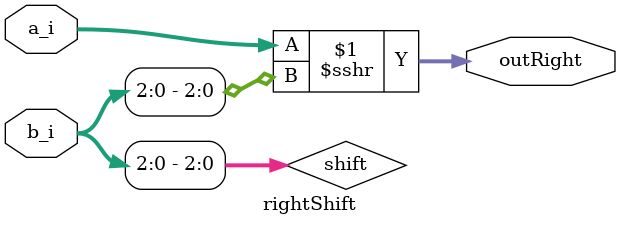
<source format=sv>
module rightShift #(parameter N = 4) (
    input  logic [N-1:0] a_i,  // First input vector
    input  logic [N-1:0] b_i,  // Second input vector
    output logic [N-1:0] outRight
);
logic [2:0]shift;
assign shift = {b_i[2],b_i[1],b_i[0]};
assign outRight = a_i >>> shift;
endmodule

</source>
